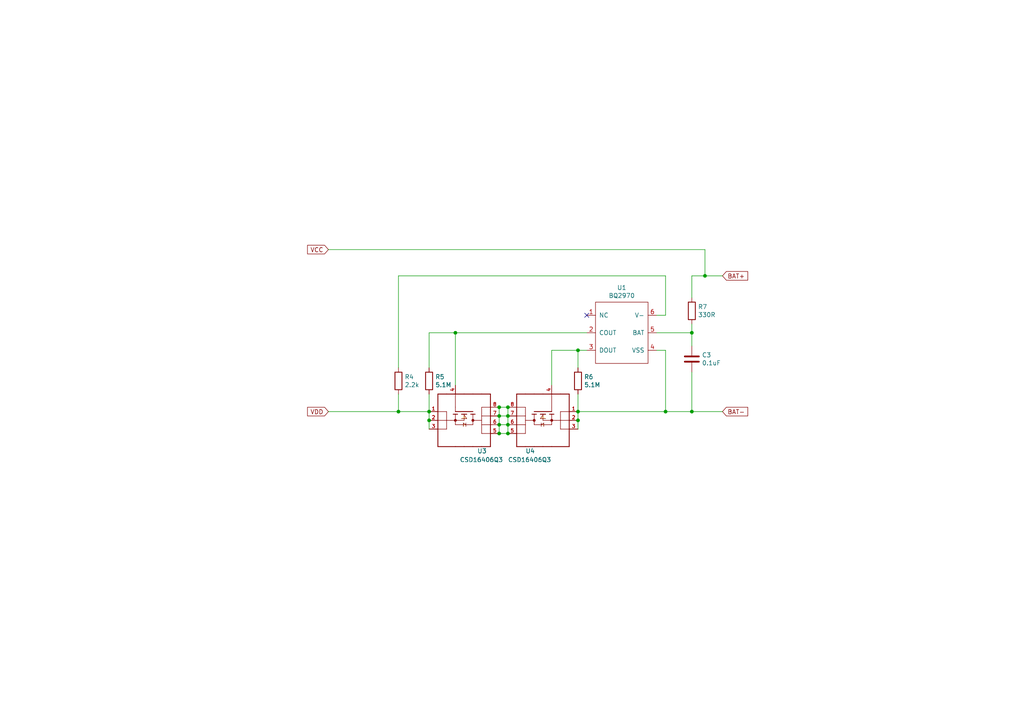
<source format=kicad_sch>
(kicad_sch (version 20211123) (generator eeschema)
  (paper "A4")
  (lib_symbols
    (symbol "BQ2970:BQ2970" (pin_names (offset 1.016))
      (property "Reference" "U" (at 0 10.16 0))
      (property "Value" "BQ2970" (at 0 10.16 0))
      (symbol "BQ2970_1_1"
        (rectangle (start -7.62 8.89) (end 7.62 -8.89))
        (pin input line (at -10.16 5.08 0) (length 2.54) (name "NC") (number "1"))
        (pin input line (at -10.16 0 0) (length 2.54) (name "COUT") (number "2"))
        (pin passive line (at -10.16 -5.08 0) (length 2.54) (name "DOUT") (number "3"))
        (pin input line (at 10.16 -5.08 180) (length 2.54) (name "VSS") (number "4"))
        (pin input line (at 10.16 0 180) (length 2.54) (name "BAT") (number "5"))
        (pin input line (at 10.16 5.08 180) (length 2.54) (name "V-") (number "6"))
      )
    )
    (symbol "CSD16406Q3:CSD16406Q3" (pin_names (offset 1.016))
      (property "Reference" "U" (at 0 16.51 0))
      (property "Value" "CSD16406Q3" (at 0 16.51 0))
      (symbol "CSD16406Q3_1_1"
        (circle (center 0 -2.54) (radius 0.2032) (stroke (width 0.4064)))
        (polyline (pts (xy -7.62 -7.62) (xy -7.62 -5.08)) (stroke (width 0.254)))
        (polyline (pts (xy -7.62 -5.08) (xy -7.62 0)) (stroke (width 0.254)))
        (polyline (pts (xy -7.62 -2.54) (xy -3.81 -2.54)) (stroke (width 0.1524)))
        (polyline (pts (xy -7.62 0) (xy -7.62 2.54)) (stroke (width 0.254)))
        (polyline (pts (xy -7.62 2.54) (xy -7.62 5.08)) (stroke (width 0.254)))
        (polyline (pts (xy -7.62 5.08) (xy -7.62 7.62)) (stroke (width 0.254)))
        (polyline (pts (xy -7.62 7.62) (xy 7.62 7.62)) (stroke (width 0.254)))
        (polyline (pts (xy -3.81 -2.54) (xy -2.54 -2.54)) (stroke (width 0.1524)))
        (polyline (pts (xy -3.81 5.08) (xy -3.81 7.62)) (stroke (width 0.1524)))
        (polyline (pts (xy -2.54 -7.62) (xy -2.54 -5.08)) (stroke (width 0.1524)))
        (polyline (pts (xy -2.54 -5.08) (xy 0 -5.08)) (stroke (width 0.1524)))
        (polyline (pts (xy -2.54 2.54) (xy -2.54 -2.54)) (stroke (width 0.254)))
        (polyline (pts (xy -1.778 -2.54) (xy -1.778 -3.175)) (stroke (width 0.254)))
        (polyline (pts (xy -1.778 -1.905) (xy -1.778 -2.54)) (stroke (width 0.254)))
        (polyline (pts (xy -1.778 0) (xy -1.778 -0.762)) (stroke (width 0.254)))
        (polyline (pts (xy -1.778 0) (xy 0 0)) (stroke (width 0.1524)))
        (polyline (pts (xy -1.778 0.762) (xy -1.778 0)) (stroke (width 0.254)))
        (polyline (pts (xy -1.778 2.54) (xy -1.778 1.905)) (stroke (width 0.254)))
        (polyline (pts (xy -1.778 2.54) (xy 0 2.54)) (stroke (width 0.1524)))
        (polyline (pts (xy -1.778 3.175) (xy -1.778 2.54)) (stroke (width 0.254)))
        (polyline (pts (xy -1.27 5.08) (xy -3.81 5.08)) (stroke (width 0.1524)))
        (polyline (pts (xy -1.27 5.08) (xy -1.27 7.62)) (stroke (width 0.1524)))
        (polyline (pts (xy 0 -7.62) (xy 0 -5.08)) (stroke (width 0.1524)))
        (polyline (pts (xy 0 -5.08) (xy 2.54 -5.08)) (stroke (width 0.1524)))
        (polyline (pts (xy 0 -3.81) (xy 0 -5.08)))
        (polyline (pts (xy 0 -3.81) (xy 0 -2.54)) (stroke (width 0.1524)))
        (polyline (pts (xy 0 -2.54) (xy -1.778 -2.54)) (stroke (width 0.1524)))
        (polyline (pts (xy 0 -2.54) (xy 1.27 -2.54)) (stroke (width 0.1524)))
        (polyline (pts (xy 0 0) (xy 0 -2.54)) (stroke (width 0.1524)))
        (polyline (pts (xy 0 2.54) (xy 1.27 2.54)) (stroke (width 0.1524)))
        (polyline (pts (xy 0 5.08) (xy 0 2.54)) (stroke (width 0.1524)))
        (polyline (pts (xy 1.27 0.508) (xy 0.762 0.508)) (stroke (width 0.1524)))
        (polyline (pts (xy 1.27 0.508) (xy 1.27 -2.54)) (stroke (width 0.1524)))
        (polyline (pts (xy 1.27 2.54) (xy 1.27 0.508)) (stroke (width 0.1524)))
        (polyline (pts (xy 1.27 5.08) (xy -1.27 5.08)) (stroke (width 0.1524)))
        (polyline (pts (xy 1.27 5.08) (xy 1.27 7.62)) (stroke (width 0.1524)))
        (polyline (pts (xy 1.778 0.508) (xy 1.27 0.508)) (stroke (width 0.1524)))
        (polyline (pts (xy 2.54 -5.08) (xy 2.54 -7.62)) (stroke (width 0.1524)))
        (polyline (pts (xy 3.81 5.08) (xy 1.27 5.08)) (stroke (width 0.1524)))
        (polyline (pts (xy 3.81 5.08) (xy 3.81 7.62)) (stroke (width 0.1524)))
        (polyline (pts (xy 7.62 -7.62) (xy -7.62 -7.62)) (stroke (width 0.254)))
        (polyline (pts (xy 7.62 -2.54) (xy 7.62 -7.62)) (stroke (width 0.254)))
        (polyline (pts (xy 7.62 0) (xy 7.62 -2.54)) (stroke (width 0.254)))
        (polyline (pts (xy 7.62 2.54) (xy 7.62 0)) (stroke (width 0.254)))
        (polyline (pts (xy 7.62 5.08) (xy 7.62 2.54)) (stroke (width 0.254)))
        (polyline (pts (xy 7.62 7.62) (xy 7.62 5.08)) (stroke (width 0.254)))
        (polyline (pts (xy -1.524 0) (xy -0.508 0.762) (xy -0.508 -0.762)) (stroke (width 0.1524)) (fill (type background)))
        (polyline (pts (xy 1.27 0.508) (xy 0.762 -0.254) (xy 1.778 -0.254)) (stroke (width 0.1524)) (fill (type background)))
        (circle (center 0 2.54) (radius 0.2032) (stroke (width 0.4064)))
        (pin passive line (at -2.54 -10.16 90) (length 2.54) (name "~") (number "1"))
        (pin passive line (at 0 -10.16 90) (length 2.54) (name "~") (number "2"))
        (pin passive line (at 2.54 -10.16 90) (length 2.54) (name "~") (number "3"))
        (pin passive line (at -10.16 -2.54 0) (length 2.54) (name "~") (number "4"))
        (pin passive line (at 3.81 10.16 270) (length 2.54) (name "~") (number "5"))
        (pin passive line (at 1.27 10.16 270) (length 2.54) (name "~") (number "6"))
        (pin passive line (at -1.27 10.16 270) (length 2.54) (name "~") (number "7"))
        (pin passive line (at -3.81 10.16 270) (length 2.54) (name "~") (number "8"))
      )
    )
    (symbol "Device:C" (pin_numbers hide) (pin_names (offset 0.254))
      (property "Reference" "C" (at 0.635 2.54 0))
      (property "Value" "C" (at 0.635 -2.54 0))
      (symbol "C_0_1"
        (polyline (pts (xy -2.032 -0.762) (xy 2.032 -0.762)) (stroke (width 0.508)))
        (polyline (pts (xy -2.032 0.762) (xy 2.032 0.762)) (stroke (width 0.508)))
      )
      (symbol "C_1_1"
        (pin passive line (at 0 3.81 270) (length 2.794) (name "~") (number "1"))
        (pin passive line (at 0 -3.81 90) (length 2.794) (name "~") (number "2"))
      )
    )
    (symbol "Device:R" (pin_numbers hide) (pin_names (offset 0))
      (property "Reference" "R" (at 2.032 0 90))
      (property "Value" "R" (at 0 0 90))
      (symbol "R_0_1"
        (rectangle (start -1.016 -2.54) (end 1.016 2.54) (stroke (width 0.254)))
      )
      (symbol "R_1_1"
        (pin passive line (at 0 3.81 270) (length 1.27) (name "~") (number "1"))
        (pin passive line (at 0 -3.81 90) (length 1.27) (name "~") (number "2"))
      )
    )
  )
  (junction (at 193.04 119.38))
  (junction (at 147.32 120.65))
  (junction (at 144.78 123.19))
  (junction (at 115.57 119.38))
  (junction (at 124.46 119.38))
  (junction (at 144.78 120.65))
  (junction (at 144.78 125.73))
  (junction (at 167.64 121.92))
  (junction (at 204.47 80.01))
  (junction (at 132.08 96.52))
  (junction (at 124.46 121.92))
  (junction (at 200.66 96.52))
  (junction (at 147.32 125.73))
  (junction (at 167.64 101.6))
  (junction (at 144.78 118.11))
  (junction (at 147.32 118.11))
  (junction (at 200.66 119.38))
  (junction (at 147.32 123.19))
  (junction (at 167.64 119.38))
  (no_connect (at 170.18 91.44))
  (wire (pts (xy 200.66 80.01) (xy 200.66 86.36)))
  (wire (pts (xy 167.64 101.6) (xy 170.18 101.6)))
  (wire (pts (xy 167.64 121.92) (xy 167.64 119.38)))
  (wire (pts (xy 200.66 107.95) (xy 200.66 119.38)))
  (wire (pts (xy 204.47 80.01) (xy 200.66 80.01)))
  (wire (pts (xy 144.78 125.73) (xy 147.32 125.73)))
  (wire (pts (xy 160.02 101.6) (xy 160.02 111.76)))
  (wire (pts (xy 144.78 120.65) (xy 144.78 123.19)))
  (wire (pts (xy 209.55 119.38) (xy 200.66 119.38)))
  (wire (pts (xy 144.78 120.65) (xy 147.32 120.65)))
  (wire (pts (xy 147.32 120.65) (xy 147.32 123.19)))
  (wire (pts (xy 200.66 96.52) (xy 200.66 93.98)))
  (wire (pts (xy 124.46 121.92) (xy 124.46 124.46)))
  (wire (pts (xy 204.47 72.39) (xy 95.25 72.39)))
  (wire (pts (xy 204.47 80.01) (xy 204.47 72.39)))
  (wire (pts (xy 115.57 80.01) (xy 115.57 106.68)))
  (wire (pts (xy 160.02 101.6) (xy 167.64 101.6)))
  (wire (pts (xy 115.57 114.3) (xy 115.57 119.38)))
  (wire (pts (xy 193.04 101.6) (xy 190.5 101.6)))
  (wire (pts (xy 200.66 119.38) (xy 193.04 119.38)))
  (wire (pts (xy 144.78 118.11) (xy 144.78 120.65)))
  (wire (pts (xy 124.46 106.68) (xy 124.46 96.52)))
  (wire (pts (xy 190.5 91.44) (xy 193.04 91.44)))
  (wire (pts (xy 144.78 118.11) (xy 147.32 118.11)))
  (wire (pts (xy 147.32 123.19) (xy 147.32 125.73)))
  (wire (pts (xy 190.5 96.52) (xy 200.66 96.52)))
  (wire (pts (xy 193.04 91.44) (xy 193.04 80.01)))
  (wire (pts (xy 167.64 114.3) (xy 167.64 119.38)))
  (wire (pts (xy 144.78 123.19) (xy 144.78 125.73)))
  (wire (pts (xy 124.46 119.38) (xy 124.46 121.92)))
  (wire (pts (xy 124.46 96.52) (xy 132.08 96.52)))
  (wire (pts (xy 167.64 106.68) (xy 167.64 101.6)))
  (wire (pts (xy 200.66 96.52) (xy 200.66 100.33)))
  (wire (pts (xy 209.55 80.01) (xy 204.47 80.01)))
  (wire (pts (xy 115.57 119.38) (xy 95.25 119.38)))
  (wire (pts (xy 193.04 101.6) (xy 193.04 119.38)))
  (wire (pts (xy 144.78 123.19) (xy 147.32 123.19)))
  (wire (pts (xy 193.04 80.01) (xy 115.57 80.01)))
  (wire (pts (xy 147.32 118.11) (xy 147.32 120.65)))
  (wire (pts (xy 167.64 124.46) (xy 167.64 121.92)))
  (wire (pts (xy 124.46 119.38) (xy 115.57 119.38)))
  (wire (pts (xy 170.18 96.52) (xy 132.08 96.52)))
  (wire (pts (xy 132.08 96.52) (xy 132.08 111.76)))
  (wire (pts (xy 124.46 114.3) (xy 124.46 119.38)))
  (wire (pts (xy 167.64 119.38) (xy 193.04 119.38)))
  (global_label "VCC" (shape input) (at 95.25 72.39 180) (property "Intersheet References" "${INTERSHEET_REFS}" (effects hide)))
  (global_label "BAT-" (shape input) (at 209.55 119.38 0) (property "Intersheet References" "${INTERSHEET_REFS}" (effects hide)))
  (global_label "BAT+" (shape input) (at 209.55 80.01 0) (property "Intersheet References" "${INTERSHEET_REFS}" (effects hide)))
  (global_label "VDD" (shape input) (at 95.25 119.38 180) (property "Intersheet References" "${INTERSHEET_REFS}" (effects hide)))
  (symbol (lib_id "CSD16406Q3:CSD16406Q3") (at 134.62 121.92 270) (unit 1)
    (property "Reference" "U3" (at 138.43 130.81 90) (effects (justify left)))
    (property "Value" "CSD16406Q3" (at 133.35 133.35 90) (effects (justify left)))
    (property "Footprint" "CSD16406Q3:CSD16406Q3" (effects hide))
    (property "AVAILABILITY" "Good" (effects hide))
    (property "MOUSER-PURCHASE-URL" "https://snapeda.com/shop?store=Mouser&id=288071" (effects hide))
    (property "MF" "Texas Instruments" (effects hide))
    (property "DESCRIPTION" "25V, N ch NexFET MOSFET, single SON3x3, 7.4mOhm 8-VSON-CLIP -55 to 150" (effects hide))
    (property "TEXAS_INSTRUMENTS-PURCHASE-URL" "https://snapeda.com/shop?store=Texas+Instruments&id=288071" (effects hide))
    (property "PRICE" "None" (effects hide))
    (property "PACKAGE" "VSON-CLIP-8 Texas Instruments" (effects hide))
    (property "MP" "CSD16406Q3" (effects hide))
    (property "DIGIKEY-PURCHASE-URL" "https://snapeda.com/shop?store=DigiKey&id=288071" (effects hide))
  )
  (symbol (lib_id "CSD16406Q3:CSD16406Q3") (at 157.48 121.92 90) (mirror x) (unit 1)
    (property "Reference" "U4" (at 152.4 130.81 90) (effects (justify right)))
    (property "Value" "CSD16406Q3" (at 147.32 133.35 90) (effects (justify right)))
    (property "Footprint" "CSD16406Q3:CSD16406Q3" (effects hide))
    (property "AVAILABILITY" "Good" (effects hide))
    (property "MOUSER-PURCHASE-URL" "https://snapeda.com/shop?store=Mouser&id=288071" (effects hide))
    (property "MF" "Texas Instruments" (effects hide))
    (property "DESCRIPTION" "25V, N ch NexFET MOSFET, single SON3x3, 7.4mOhm 8-VSON-CLIP -55 to 150" (effects hide))
    (property "TEXAS_INSTRUMENTS-PURCHASE-URL" "https://snapeda.com/shop?store=Texas+Instruments&id=288071" (effects hide))
    (property "PRICE" "None" (effects hide))
    (property "PACKAGE" "VSON-CLIP-8 Texas Instruments" (effects hide))
    (property "MP" "CSD16406Q3" (effects hide))
    (property "DIGIKEY-PURCHASE-URL" "https://snapeda.com/shop?store=DigiKey&id=288071" (effects hide))
  )
  (symbol (lib_id "Device:R") (at 124.46 110.49 0) (unit 1)
    (property "Reference" "R5" (at 126.238 109.3216 0) (effects (justify left)))
    (property "Value" "5.1M" (at 126.238 111.633 0) (effects (justify left)))
    (property "Footprint" "Resistor_SMD:R_0402_1005Metric" (effects hide))
  )
  (symbol (lib_id "Device:R") (at 167.64 110.49 0) (unit 1)
    (property "Reference" "R6" (at 169.418 109.3216 0) (effects (justify left)))
    (property "Value" "5.1M" (at 169.418 111.633 0) (effects (justify left)))
    (property "Footprint" "Resistor_SMD:R_0402_1005Metric" (effects hide))
  )
  (symbol (lib_id "Device:R") (at 115.57 110.49 0) (unit 1)
    (property "Reference" "R4" (at 117.348 109.3216 0) (effects (justify left)))
    (property "Value" "2.2k" (at 117.348 111.633 0) (effects (justify left)))
    (property "Footprint" "Resistor_SMD:R_0402_1005Metric" (effects hide))
  )
  (symbol (lib_id "BQ2970:BQ2970") (at 180.34 96.52 0) (unit 1)
    (property "Reference" "U1" (at 180.34 83.439 0))
    (property "Value" "BQ2970" (at 180.34 85.7504 0))
    (property "Footprint" "Package_SON:WSON-6_1.5x1.5mm_P0.5mm" (effects hide))
  )
  (symbol (lib_id "Device:C") (at 200.66 104.14 0) (unit 1)
    (property "Reference" "C3" (at 203.581 102.9716 0) (effects (justify left)))
    (property "Value" "0.1uF" (at 203.581 105.283 0) (effects (justify left)))
    (property "Footprint" "Capacitor_SMD:C_0402_1005Metric" (effects hide))
  )
  (symbol (lib_id "Device:R") (at 200.66 90.17 0) (unit 1)
    (property "Reference" "R7" (at 202.438 89.0016 0) (effects (justify left)))
    (property "Value" "330R" (at 202.438 91.313 0) (effects (justify left)))
    (property "Footprint" "Resistor_SMD:R_0402_1005Metric" (effects hide))
  )
)
</source>
